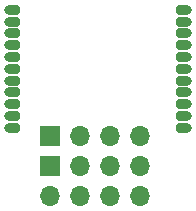
<source format=gbr>
%TF.GenerationSoftware,KiCad,Pcbnew,(5.99.0-10506-gb986797469)*%
%TF.CreationDate,2021-05-05T16:41:54+02:00*%
%TF.ProjectId,ESP31,45535033-312e-46b6-9963-61645f706362,rev?*%
%TF.SameCoordinates,Original*%
%TF.FileFunction,Soldermask,Bot*%
%TF.FilePolarity,Negative*%
%FSLAX46Y46*%
G04 Gerber Fmt 4.6, Leading zero omitted, Abs format (unit mm)*
G04 Created by KiCad (PCBNEW (5.99.0-10506-gb986797469)) date 2021-05-05 16:41:54*
%MOMM*%
%LPD*%
G01*
G04 APERTURE LIST*
G04 Aperture macros list*
%AMOutline5P*
0 Free polygon, 5 corners , with rotation*
0 The origin of the aperture is its center*
0 number of corners: always 8*
0 $1 to $10 corner X, Y*
0 $11 Rotation angle, in degrees counterclockwise*
0 create outline with 8 corners*
4,1,5,$1,$2,$3,$4,$5,$6,$7,$8,$9,$10,$1,$2,$11*%
%AMOutline6P*
0 Free polygon, 6 corners , with rotation*
0 The origin of the aperture is its center*
0 number of corners: always 6*
0 $1 to $12 corner X, Y*
0 $13 Rotation angle, in degrees counterclockwise*
0 create outline with 6 corners*
4,1,6,$1,$2,$3,$4,$5,$6,$7,$8,$9,$10,$11,$12,$1,$2,$13*%
%AMOutline7P*
0 Free polygon, 7 corners , with rotation*
0 The origin of the aperture is its center*
0 number of corners: always 7*
0 $1 to $14 corner X, Y*
0 $15 Rotation angle, in degrees counterclockwise*
0 create outline with 7 corners*
4,1,7,$1,$2,$3,$4,$5,$6,$7,$8,$9,$10,$11,$12,$13,$14,$1,$2,$15*%
%AMOutline8P*
0 Free polygon, 8 corners , with rotation*
0 The origin of the aperture is its center*
0 number of corners: always 8*
0 $1 to $16 corner X, Y*
0 $17 Rotation angle, in degrees counterclockwise*
0 create outline with 8 corners*
4,1,8,$1,$2,$3,$4,$5,$6,$7,$8,$9,$10,$11,$12,$13,$14,$15,$16,$1,$2,$17*%
G04 Aperture macros list end*
%ADD10C,0.800000*%
%ADD11Outline6P,0.200000X-0.400000X-0.400000X-0.400000X-0.400000X0.400000X0.200000X0.400000X0.400000X0.200000X0.400000X-0.200000X180.000000*%
%ADD12Outline6P,0.200000X-0.400000X-0.400000X-0.400000X-0.400000X0.400000X0.200000X0.400000X0.400000X0.200000X0.400000X-0.200000X0.000000*%
%ADD13R,1.700000X1.700000*%
%ADD14O,1.700000X1.700000*%
G04 APERTURE END LIST*
D10*
%TO.C,J8*%
X119000000Y-104500000D03*
D11*
X118500000Y-104500000D03*
%TD*%
D10*
%TO.C,J10*%
X119000000Y-102500000D03*
D11*
X118500000Y-102500000D03*
%TD*%
D10*
%TO.C,J15*%
X119000000Y-97500000D03*
D11*
X118500000Y-97500000D03*
%TD*%
D10*
%TO.C,J12*%
X119000000Y-105500000D03*
D11*
X118500000Y-105500000D03*
%TD*%
D10*
%TO.C,J23*%
X104000000Y-101500000D03*
D12*
X104500000Y-101500000D03*
%TD*%
D10*
%TO.C,J14*%
X119000000Y-99500000D03*
D11*
X118500000Y-99500000D03*
%TD*%
D10*
%TO.C,J11*%
X119000000Y-106500000D03*
D11*
X118500000Y-106500000D03*
%TD*%
D10*
%TO.C,J17*%
X119000000Y-100500000D03*
D11*
X118500000Y-100500000D03*
%TD*%
D10*
%TO.C,J24*%
X104000000Y-99500000D03*
D12*
X104500000Y-99500000D03*
%TD*%
D10*
%TO.C,J18*%
X104000000Y-105500000D03*
D12*
X104500000Y-105500000D03*
%TD*%
D10*
%TO.C,J20*%
X104000000Y-107500000D03*
D12*
X104500000Y-107500000D03*
%TD*%
D10*
%TO.C,J22*%
X104000000Y-104500000D03*
D12*
X104500000Y-104500000D03*
%TD*%
D10*
%TO.C,J19*%
X104000000Y-106500000D03*
D12*
X104500000Y-106500000D03*
%TD*%
D10*
%TO.C,J13*%
X119000000Y-101500000D03*
D11*
X118500000Y-101500000D03*
%TD*%
D10*
%TO.C,J5*%
X104000000Y-103500000D03*
D12*
X104500000Y-103500000D03*
%TD*%
D10*
%TO.C,J6*%
X104000000Y-102500000D03*
D12*
X104500000Y-102500000D03*
%TD*%
D10*
%TO.C,J16*%
X119000000Y-98500000D03*
D11*
X118500000Y-98500000D03*
%TD*%
D13*
%TO.C,J2*%
X107460000Y-108185000D03*
D14*
X110000000Y-108185000D03*
X112540000Y-108185000D03*
X115080000Y-108185000D03*
%TD*%
D10*
%TO.C,J9*%
X119000000Y-103500000D03*
D11*
X118500000Y-103500000D03*
%TD*%
D10*
%TO.C,J3*%
X104000000Y-97500000D03*
D12*
X104500000Y-97500000D03*
%TD*%
D10*
%TO.C,J21*%
X104000000Y-100500000D03*
D12*
X104500000Y-100500000D03*
%TD*%
D10*
%TO.C,J4*%
X104000000Y-98500000D03*
D12*
X104500000Y-98500000D03*
%TD*%
D10*
%TO.C,J7*%
X119000000Y-107500000D03*
D11*
X118500000Y-107500000D03*
%TD*%
D13*
%TO.C,J1*%
X107460000Y-110725000D03*
D14*
X107460000Y-113265000D03*
X110000000Y-110725000D03*
X110000000Y-113265000D03*
X112540000Y-110725000D03*
X112540000Y-113265000D03*
X115080000Y-110725000D03*
X115080000Y-113265000D03*
%TD*%
M02*

</source>
